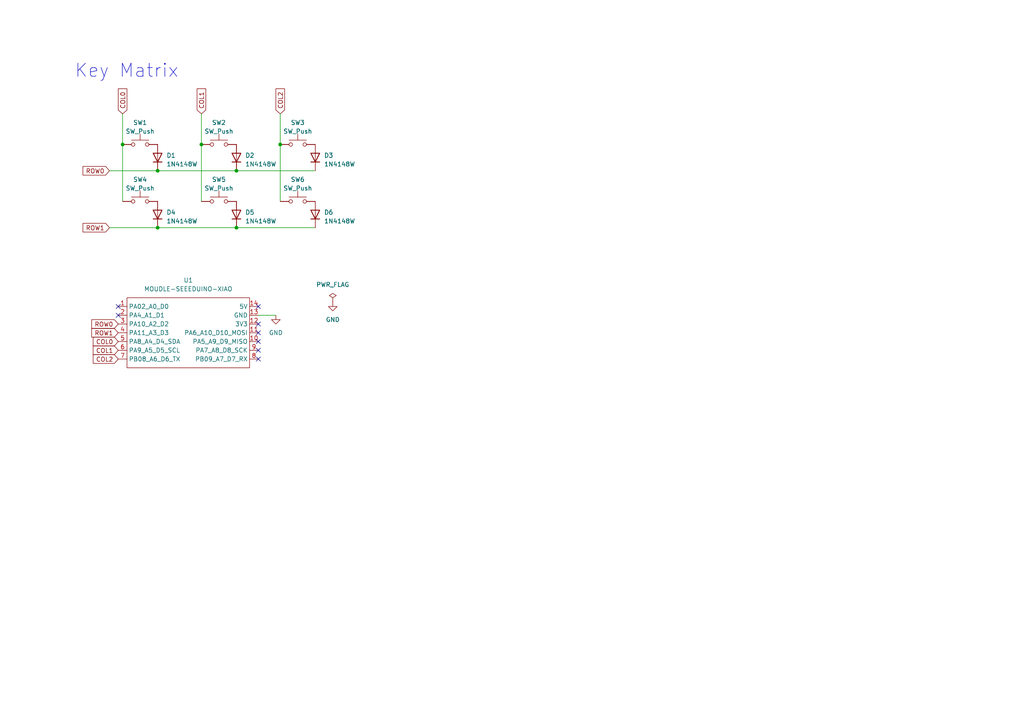
<source format=kicad_sch>
(kicad_sch (version 20230121) (generator eeschema)

  (uuid 51e24ecb-717b-4600-89ee-7b307dbabb9a)

  (paper "A4")

  (title_block
    (title "MonakaPad")
    (date "2024-01-14")
    (rev "v1.0")
    (company "@ymkn")
  )

  (lib_symbols
    (symbol "Diode:1N4148W" (pin_numbers hide) (pin_names hide) (in_bom yes) (on_board yes)
      (property "Reference" "D" (at 0 2.54 0)
        (effects (font (size 1.27 1.27)))
      )
      (property "Value" "1N4148W" (at 0 -2.54 0)
        (effects (font (size 1.27 1.27)))
      )
      (property "Footprint" "Diode_SMD:D_SOD-123" (at 0 -4.445 0)
        (effects (font (size 1.27 1.27)) hide)
      )
      (property "Datasheet" "https://www.vishay.com/docs/85748/1n4148w.pdf" (at 0 0 0)
        (effects (font (size 1.27 1.27)) hide)
      )
      (property "Sim.Device" "D" (at 0 0 0)
        (effects (font (size 1.27 1.27)) hide)
      )
      (property "Sim.Pins" "1=K 2=A" (at 0 0 0)
        (effects (font (size 1.27 1.27)) hide)
      )
      (property "ki_keywords" "diode" (at 0 0 0)
        (effects (font (size 1.27 1.27)) hide)
      )
      (property "ki_description" "75V 0.15A Fast Switching Diode, SOD-123" (at 0 0 0)
        (effects (font (size 1.27 1.27)) hide)
      )
      (property "ki_fp_filters" "D*SOD?123*" (at 0 0 0)
        (effects (font (size 1.27 1.27)) hide)
      )
      (symbol "1N4148W_0_1"
        (polyline
          (pts
            (xy -1.27 1.27)
            (xy -1.27 -1.27)
          )
          (stroke (width 0.254) (type default))
          (fill (type none))
        )
        (polyline
          (pts
            (xy 1.27 0)
            (xy -1.27 0)
          )
          (stroke (width 0) (type default))
          (fill (type none))
        )
        (polyline
          (pts
            (xy 1.27 1.27)
            (xy 1.27 -1.27)
            (xy -1.27 0)
            (xy 1.27 1.27)
          )
          (stroke (width 0.254) (type default))
          (fill (type none))
        )
      )
      (symbol "1N4148W_1_1"
        (pin passive line (at -3.81 0 0) (length 2.54)
          (name "K" (effects (font (size 1.27 1.27))))
          (number "1" (effects (font (size 1.27 1.27))))
        )
        (pin passive line (at 3.81 0 180) (length 2.54)
          (name "A" (effects (font (size 1.27 1.27))))
          (number "2" (effects (font (size 1.27 1.27))))
        )
      )
    )
    (symbol "MOUDLE-SEEEDUINO-XIAO:MOUDLE-SEEEDUINO-XIAO" (in_bom yes) (on_board yes)
      (property "Reference" "U" (at -16.51 11.43 0)
        (effects (font (size 1.27 1.27)))
      )
      (property "Value" "MOUDLE-SEEEDUINO-XIAO" (at -3.81 -11.43 0)
        (effects (font (size 1.27 1.27)))
      )
      (property "Footprint" "" (at -16.51 2.54 0)
        (effects (font (size 1.27 1.27)) hide)
      )
      (property "Datasheet" "" (at -16.51 2.54 0)
        (effects (font (size 1.27 1.27)) hide)
      )
      (symbol "MOUDLE-SEEEDUINO-XIAO_0_1"
        (rectangle (start -16.51 10.16) (end 19.05 -10.16)
          (stroke (width 0) (type default))
          (fill (type none))
        )
      )
      (symbol "MOUDLE-SEEEDUINO-XIAO_1_1"
        (pin passive line (at -19.05 7.62 0) (length 2.54)
          (name "PA02_A0_D0" (effects (font (size 1.27 1.27))))
          (number "1" (effects (font (size 1.27 1.27))))
        )
        (pin passive line (at 21.59 -2.54 180) (length 2.54)
          (name "PA5_A9_D9_MISO" (effects (font (size 1.27 1.27))))
          (number "10" (effects (font (size 1.27 1.27))))
        )
        (pin passive line (at 21.59 0 180) (length 2.54)
          (name "PA6_A10_D10_MOSI" (effects (font (size 1.27 1.27))))
          (number "11" (effects (font (size 1.27 1.27))))
        )
        (pin passive line (at 21.59 2.54 180) (length 2.54)
          (name "3V3" (effects (font (size 1.27 1.27))))
          (number "12" (effects (font (size 1.27 1.27))))
        )
        (pin passive line (at 21.59 5.08 180) (length 2.54)
          (name "GND" (effects (font (size 1.27 1.27))))
          (number "13" (effects (font (size 1.27 1.27))))
        )
        (pin passive line (at 21.59 7.62 180) (length 2.54)
          (name "5V" (effects (font (size 1.27 1.27))))
          (number "14" (effects (font (size 1.27 1.27))))
        )
        (pin passive line (at -19.05 5.08 0) (length 2.54)
          (name "PA4_A1_D1" (effects (font (size 1.27 1.27))))
          (number "2" (effects (font (size 1.27 1.27))))
        )
        (pin passive line (at -19.05 2.54 0) (length 2.54)
          (name "PA10_A2_D2" (effects (font (size 1.27 1.27))))
          (number "3" (effects (font (size 1.27 1.27))))
        )
        (pin passive line (at -19.05 0 0) (length 2.54)
          (name "PA11_A3_D3" (effects (font (size 1.27 1.27))))
          (number "4" (effects (font (size 1.27 1.27))))
        )
        (pin passive line (at -19.05 -2.54 0) (length 2.54)
          (name "PA8_A4_D4_SDA" (effects (font (size 1.27 1.27))))
          (number "5" (effects (font (size 1.27 1.27))))
        )
        (pin passive line (at -19.05 -5.08 0) (length 2.54)
          (name "PA9_A5_D5_SCL" (effects (font (size 1.27 1.27))))
          (number "6" (effects (font (size 1.27 1.27))))
        )
        (pin passive line (at -19.05 -7.62 0) (length 2.54)
          (name "PB08_A6_D6_TX" (effects (font (size 1.27 1.27))))
          (number "7" (effects (font (size 1.27 1.27))))
        )
        (pin passive line (at 21.59 -7.62 180) (length 2.54)
          (name "PB09_A7_D7_RX" (effects (font (size 1.27 1.27))))
          (number "8" (effects (font (size 1.27 1.27))))
        )
        (pin passive line (at 21.59 -5.08 180) (length 2.54)
          (name "PA7_A8_D8_SCK" (effects (font (size 1.27 1.27))))
          (number "9" (effects (font (size 1.27 1.27))))
        )
      )
    )
    (symbol "Switch:SW_Push" (pin_numbers hide) (pin_names (offset 1.016) hide) (in_bom yes) (on_board yes)
      (property "Reference" "SW" (at 1.27 2.54 0)
        (effects (font (size 1.27 1.27)) (justify left))
      )
      (property "Value" "SW_Push" (at 0 -1.524 0)
        (effects (font (size 1.27 1.27)))
      )
      (property "Footprint" "" (at 0 5.08 0)
        (effects (font (size 1.27 1.27)) hide)
      )
      (property "Datasheet" "~" (at 0 5.08 0)
        (effects (font (size 1.27 1.27)) hide)
      )
      (property "ki_keywords" "switch normally-open pushbutton push-button" (at 0 0 0)
        (effects (font (size 1.27 1.27)) hide)
      )
      (property "ki_description" "Push button switch, generic, two pins" (at 0 0 0)
        (effects (font (size 1.27 1.27)) hide)
      )
      (symbol "SW_Push_0_1"
        (circle (center -2.032 0) (radius 0.508)
          (stroke (width 0) (type default))
          (fill (type none))
        )
        (polyline
          (pts
            (xy 0 1.27)
            (xy 0 3.048)
          )
          (stroke (width 0) (type default))
          (fill (type none))
        )
        (polyline
          (pts
            (xy 2.54 1.27)
            (xy -2.54 1.27)
          )
          (stroke (width 0) (type default))
          (fill (type none))
        )
        (circle (center 2.032 0) (radius 0.508)
          (stroke (width 0) (type default))
          (fill (type none))
        )
        (pin passive line (at -5.08 0 0) (length 2.54)
          (name "1" (effects (font (size 1.27 1.27))))
          (number "1" (effects (font (size 1.27 1.27))))
        )
        (pin passive line (at 5.08 0 180) (length 2.54)
          (name "2" (effects (font (size 1.27 1.27))))
          (number "2" (effects (font (size 1.27 1.27))))
        )
      )
    )
    (symbol "power:GND" (power) (pin_names (offset 0)) (in_bom yes) (on_board yes)
      (property "Reference" "#PWR" (at 0 -6.35 0)
        (effects (font (size 1.27 1.27)) hide)
      )
      (property "Value" "GND" (at 0 -3.81 0)
        (effects (font (size 1.27 1.27)))
      )
      (property "Footprint" "" (at 0 0 0)
        (effects (font (size 1.27 1.27)) hide)
      )
      (property "Datasheet" "" (at 0 0 0)
        (effects (font (size 1.27 1.27)) hide)
      )
      (property "ki_keywords" "global power" (at 0 0 0)
        (effects (font (size 1.27 1.27)) hide)
      )
      (property "ki_description" "Power symbol creates a global label with name \"GND\" , ground" (at 0 0 0)
        (effects (font (size 1.27 1.27)) hide)
      )
      (symbol "GND_0_1"
        (polyline
          (pts
            (xy 0 0)
            (xy 0 -1.27)
            (xy 1.27 -1.27)
            (xy 0 -2.54)
            (xy -1.27 -1.27)
            (xy 0 -1.27)
          )
          (stroke (width 0) (type default))
          (fill (type none))
        )
      )
      (symbol "GND_1_1"
        (pin power_in line (at 0 0 270) (length 0) hide
          (name "GND" (effects (font (size 1.27 1.27))))
          (number "1" (effects (font (size 1.27 1.27))))
        )
      )
    )
    (symbol "power:PWR_FLAG" (power) (pin_numbers hide) (pin_names (offset 0) hide) (in_bom yes) (on_board yes)
      (property "Reference" "#FLG" (at 0 1.905 0)
        (effects (font (size 1.27 1.27)) hide)
      )
      (property "Value" "PWR_FLAG" (at 0 3.81 0)
        (effects (font (size 1.27 1.27)))
      )
      (property "Footprint" "" (at 0 0 0)
        (effects (font (size 1.27 1.27)) hide)
      )
      (property "Datasheet" "~" (at 0 0 0)
        (effects (font (size 1.27 1.27)) hide)
      )
      (property "ki_keywords" "flag power" (at 0 0 0)
        (effects (font (size 1.27 1.27)) hide)
      )
      (property "ki_description" "Special symbol for telling ERC where power comes from" (at 0 0 0)
        (effects (font (size 1.27 1.27)) hide)
      )
      (symbol "PWR_FLAG_0_0"
        (pin power_out line (at 0 0 90) (length 0)
          (name "pwr" (effects (font (size 1.27 1.27))))
          (number "1" (effects (font (size 1.27 1.27))))
        )
      )
      (symbol "PWR_FLAG_0_1"
        (polyline
          (pts
            (xy 0 0)
            (xy 0 1.27)
            (xy -1.016 1.905)
            (xy 0 2.54)
            (xy 1.016 1.905)
            (xy 0 1.27)
          )
          (stroke (width 0) (type default))
          (fill (type none))
        )
      )
    )
  )

  (junction (at 68.58 49.53) (diameter 0) (color 0 0 0 0)
    (uuid 1c10f16b-9e5f-4fcb-89a0-5c3b88ceb834)
  )
  (junction (at 45.72 49.53) (diameter 0) (color 0 0 0 0)
    (uuid 22835d52-7e7f-45b4-af57-8ce9c3c22c39)
  )
  (junction (at 35.56 41.91) (diameter 0) (color 0 0 0 0)
    (uuid 25360d3e-1c9c-409e-a3b5-acc4f426362d)
  )
  (junction (at 58.42 41.91) (diameter 0) (color 0 0 0 0)
    (uuid 32528676-48c9-40a0-ae70-6344c0b33248)
  )
  (junction (at 81.28 41.91) (diameter 0) (color 0 0 0 0)
    (uuid 4e80a248-7ff7-4680-a4d5-be1f5b49e723)
  )
  (junction (at 45.72 66.04) (diameter 0) (color 0 0 0 0)
    (uuid 62b415f4-33ed-4856-81c8-c2b6cba6be30)
  )
  (junction (at 68.58 66.04) (diameter 0) (color 0 0 0 0)
    (uuid f6c721db-dd00-4ffa-b0d7-8fff0b544952)
  )

  (no_connect (at 34.29 88.9) (uuid 18b3bdea-890e-41e7-a437-8ea47246393f))
  (no_connect (at 74.93 88.9) (uuid 278a33fa-7815-4d48-b0b3-460e9ef259fd))
  (no_connect (at 74.93 96.52) (uuid 5718efdd-2bf3-4b54-9490-580eddbdcaee))
  (no_connect (at 74.93 104.14) (uuid 6544f378-5e76-49d6-b3fe-e150f52990ed))
  (no_connect (at 34.29 91.44) (uuid a1d20953-e354-4d14-8a67-27d6a2c92c45))
  (no_connect (at 74.93 93.98) (uuid a474ba4f-f320-4e03-80d5-178a193b0a6e))
  (no_connect (at 74.93 99.06) (uuid ac5a4df8-c782-4878-9935-979b0de4afab))
  (no_connect (at 74.93 101.6) (uuid e0d80e04-5792-42f7-b4b4-b0ddd921046b))

  (wire (pts (xy 81.28 41.91) (xy 81.28 58.42))
    (stroke (width 0) (type default))
    (uuid 1a150540-8a8b-4c80-a3ab-669d44ad0d0f)
  )
  (wire (pts (xy 31.75 49.53) (xy 45.72 49.53))
    (stroke (width 0) (type default))
    (uuid 2ae8150d-d7e5-4d25-b3b3-bc46ee66c206)
  )
  (wire (pts (xy 74.93 91.44) (xy 80.01 91.44))
    (stroke (width 0) (type default))
    (uuid 391f4484-c10c-4c60-858e-6fd7a81091a5)
  )
  (wire (pts (xy 35.56 41.91) (xy 35.56 58.42))
    (stroke (width 0) (type default))
    (uuid 4e998844-792d-4cc4-911a-6d49ca94c779)
  )
  (wire (pts (xy 81.28 33.02) (xy 81.28 41.91))
    (stroke (width 0) (type default))
    (uuid 68708ec5-c654-4a13-bd14-c532b05b70f6)
  )
  (wire (pts (xy 58.42 33.02) (xy 58.42 41.91))
    (stroke (width 0) (type default))
    (uuid 74d4956e-6ecb-4131-8942-85de2dbac5c2)
  )
  (wire (pts (xy 68.58 49.53) (xy 91.44 49.53))
    (stroke (width 0) (type default))
    (uuid 857ebd67-b6be-4570-a13b-b5332a7f5f94)
  )
  (wire (pts (xy 58.42 41.91) (xy 58.42 58.42))
    (stroke (width 0) (type default))
    (uuid 99e19012-9819-4536-ace4-28ecb86c25b1)
  )
  (wire (pts (xy 35.56 33.02) (xy 35.56 41.91))
    (stroke (width 0) (type default))
    (uuid 9ed04628-3882-475f-b0f4-da17e3d33fc1)
  )
  (wire (pts (xy 68.58 66.04) (xy 91.44 66.04))
    (stroke (width 0) (type default))
    (uuid c197b197-d960-41d3-9eef-97c3d710920a)
  )
  (wire (pts (xy 45.72 49.53) (xy 68.58 49.53))
    (stroke (width 0) (type default))
    (uuid ce118cd0-8ebf-471f-88ab-d22449dbd8a7)
  )
  (wire (pts (xy 45.72 66.04) (xy 68.58 66.04))
    (stroke (width 0) (type default))
    (uuid d42c4bb8-a974-4ba8-86e8-55afe6196f73)
  )
  (wire (pts (xy 31.75 66.04) (xy 45.72 66.04))
    (stroke (width 0) (type default))
    (uuid d44c4dd4-3195-4d80-a5bf-b48711abb2d7)
  )

  (text "Key Matrix" (at 21.59 22.86 0)
    (effects (font (size 3.81 3.81)) (justify left bottom))
    (uuid 6967ffe9-349d-4232-ab3c-0e8ec4eae261)
  )

  (global_label "ROW0" (shape input) (at 34.29 93.98 180) (fields_autoplaced)
    (effects (font (size 1.27 1.27)) (justify right))
    (uuid 21909235-2e83-42da-a99d-814892e1358a)
    (property "Intersheetrefs" "${INTERSHEET_REFS}" (at 26.6155 94.0594 0)
      (effects (font (size 1.27 1.27)) (justify right) hide)
    )
  )
  (global_label "COL0" (shape input) (at 34.29 99.06 180) (fields_autoplaced)
    (effects (font (size 1.27 1.27)) (justify right))
    (uuid 547a3767-4033-41d1-b89d-aab8683e3f58)
    (property "Intersheetrefs" "${INTERSHEET_REFS}" (at 26.4667 99.06 0)
      (effects (font (size 1.27 1.27)) (justify right) hide)
    )
  )
  (global_label "COL1" (shape input) (at 58.42 33.02 90) (fields_autoplaced)
    (effects (font (size 1.27 1.27)) (justify left))
    (uuid 5f5aa976-bdf5-4dff-a1eb-4d8c9026b460)
    (property "Intersheetrefs" "${INTERSHEET_REFS}" (at 58.3406 25.7688 90)
      (effects (font (size 1.27 1.27)) (justify left) hide)
    )
  )
  (global_label "ROW0" (shape input) (at 31.75 49.53 180) (fields_autoplaced)
    (effects (font (size 1.27 1.27)) (justify right))
    (uuid 7fa76769-ae54-43f2-98af-a76d5a860ba4)
    (property "Intersheetrefs" "${INTERSHEET_REFS}" (at 24.0755 49.6094 0)
      (effects (font (size 1.27 1.27)) (justify right) hide)
    )
  )
  (global_label "COL2" (shape input) (at 81.28 33.02 90) (fields_autoplaced)
    (effects (font (size 1.27 1.27)) (justify left))
    (uuid 80dbb261-1a39-471c-9c86-2097e502dadb)
    (property "Intersheetrefs" "${INTERSHEET_REFS}" (at 81.2006 25.7688 90)
      (effects (font (size 1.27 1.27)) (justify left) hide)
    )
  )
  (global_label "ROW1" (shape input) (at 31.75 66.04 180) (fields_autoplaced)
    (effects (font (size 1.27 1.27)) (justify right))
    (uuid 9e979cab-6c3e-4846-a63d-99cf63ba4f52)
    (property "Intersheetrefs" "${INTERSHEET_REFS}" (at 24.0755 66.1194 0)
      (effects (font (size 1.27 1.27)) (justify right) hide)
    )
  )
  (global_label "COL1" (shape input) (at 34.29 101.6 180) (fields_autoplaced)
    (effects (font (size 1.27 1.27)) (justify right))
    (uuid b1c33d33-edfe-40db-9e1c-5b12262996ee)
    (property "Intersheetrefs" "${INTERSHEET_REFS}" (at 26.4667 101.6 0)
      (effects (font (size 1.27 1.27)) (justify right) hide)
    )
  )
  (global_label "COL2" (shape input) (at 34.29 104.14 180) (fields_autoplaced)
    (effects (font (size 1.27 1.27)) (justify right))
    (uuid c543a1e2-bc75-4b4b-8661-d890df02dee2)
    (property "Intersheetrefs" "${INTERSHEET_REFS}" (at 26.4667 104.14 0)
      (effects (font (size 1.27 1.27)) (justify right) hide)
    )
  )
  (global_label "COL0" (shape input) (at 35.56 33.02 90) (fields_autoplaced)
    (effects (font (size 1.27 1.27)) (justify left))
    (uuid d06aeed0-0f3a-499e-b20c-cded83621859)
    (property "Intersheetrefs" "${INTERSHEET_REFS}" (at 35.4806 25.7688 90)
      (effects (font (size 1.27 1.27)) (justify left) hide)
    )
  )
  (global_label "ROW1" (shape input) (at 34.29 96.52 180) (fields_autoplaced)
    (effects (font (size 1.27 1.27)) (justify right))
    (uuid d918c300-21cb-47af-b493-511068ab1dd3)
    (property "Intersheetrefs" "${INTERSHEET_REFS}" (at 26.6155 96.5994 0)
      (effects (font (size 1.27 1.27)) (justify right) hide)
    )
  )

  (symbol (lib_id "MOUDLE-SEEEDUINO-XIAO:MOUDLE-SEEEDUINO-XIAO") (at 53.34 96.52 0) (unit 1)
    (in_bom yes) (on_board yes) (dnp no) (fields_autoplaced)
    (uuid 06c1ae8e-cd61-4026-85e9-e214ce818da7)
    (property "Reference" "U1" (at 54.61 81.28 0)
      (effects (font (size 1.27 1.27)))
    )
    (property "Value" "MOUDLE-SEEEDUINO-XIAO" (at 54.61 83.82 0)
      (effects (font (size 1.27 1.27)))
    )
    (property "Footprint" "XIAO_PCB:MOUDLE14P-2.54-21X17.8MM" (at 36.83 93.98 0)
      (effects (font (size 1.27 1.27)) hide)
    )
    (property "Datasheet" "" (at 36.83 93.98 0)
      (effects (font (size 1.27 1.27)) hide)
    )
    (pin "13" (uuid 5e88c8a7-8cb1-4c5e-9798-5a2a3c64cf49))
    (pin "9" (uuid 242e2709-4432-4939-955e-990040fb20d3))
    (pin "11" (uuid 11ae9337-590b-4205-a8e7-e422b19979fe))
    (pin "1" (uuid da53b762-c390-4dbd-807c-383e3ece0df0))
    (pin "7" (uuid 3c35ca9d-5701-472a-b95d-5ee9f66fb507))
    (pin "6" (uuid 6eff37b1-d5c1-43ef-8642-b5209cdeabed))
    (pin "10" (uuid 53053fb8-e2b1-4bce-8a19-2f45b29acf9b))
    (pin "5" (uuid b8ceb457-d4bc-4049-9613-d9726d638100))
    (pin "8" (uuid dc86b234-52c2-460d-94be-503486584d25))
    (pin "4" (uuid 2eea1d53-f55f-49d9-8350-69074df10456))
    (pin "3" (uuid 3a033e04-07f2-4dae-9cd5-b5c2b8b158e1))
    (pin "2" (uuid 24a8a1d6-75b4-4fc7-b718-cb95d44229b5))
    (pin "12" (uuid fffdc636-d0f3-4738-ab05-fd821f0969f6))
    (pin "14" (uuid 2ae440bf-95e4-4edd-a1bb-4b67ad690fa8))
    (instances
      (project "MonakaPad"
        (path "/51e24ecb-717b-4600-89ee-7b307dbabb9a"
          (reference "U1") (unit 1)
        )
      )
    )
  )

  (symbol (lib_id "Switch:SW_Push") (at 40.64 41.91 0) (unit 1)
    (in_bom yes) (on_board yes) (dnp no) (fields_autoplaced)
    (uuid 09a41296-e4ab-4115-a6cf-f0e65d4d1b71)
    (property "Reference" "SW1" (at 40.64 35.56 0)
      (effects (font (size 1.27 1.27)))
    )
    (property "Value" "SW_Push" (at 40.64 38.1 0)
      (effects (font (size 1.27 1.27)))
    )
    (property "Footprint" "PCM_Switch_Keyboard_Hotswap_Kailh:SW_Hotswap_Kailh_MX_1.00u" (at 40.64 36.83 0)
      (effects (font (size 1.27 1.27)) hide)
    )
    (property "Datasheet" "~" (at 40.64 36.83 0)
      (effects (font (size 1.27 1.27)) hide)
    )
    (property "LCSC Parts #" "" (at 40.64 41.91 0)
      (effects (font (size 1.27 1.27)) hide)
    )
    (pin "1" (uuid f32e2844-f140-4e2f-9ed3-a2c4ddee653c))
    (pin "2" (uuid dcfd95e1-0e3d-44e7-b44a-e35db3520771))
    (instances
      (project "MonakaPad"
        (path "/51e24ecb-717b-4600-89ee-7b307dbabb9a"
          (reference "SW1") (unit 1)
        )
      )
    )
  )

  (symbol (lib_id "power:PWR_FLAG") (at 96.52 87.63 0) (unit 1)
    (in_bom yes) (on_board yes) (dnp no) (fields_autoplaced)
    (uuid 297fa26a-788d-4f8f-8d1a-731892f6d172)
    (property "Reference" "#FLG01" (at 96.52 85.725 0)
      (effects (font (size 1.27 1.27)) hide)
    )
    (property "Value" "PWR_FLAG" (at 96.52 82.55 0)
      (effects (font (size 1.27 1.27)))
    )
    (property "Footprint" "" (at 96.52 87.63 0)
      (effects (font (size 1.27 1.27)) hide)
    )
    (property "Datasheet" "~" (at 96.52 87.63 0)
      (effects (font (size 1.27 1.27)) hide)
    )
    (pin "1" (uuid 811eb048-c7f6-4aed-aef0-80165c5bacea))
    (instances
      (project "MonakaPad"
        (path "/51e24ecb-717b-4600-89ee-7b307dbabb9a"
          (reference "#FLG01") (unit 1)
        )
      )
    )
  )

  (symbol (lib_id "Switch:SW_Push") (at 86.36 41.91 0) (unit 1)
    (in_bom yes) (on_board yes) (dnp no) (fields_autoplaced)
    (uuid 2b3916d9-bf23-431d-be3f-0e00b06d46b1)
    (property "Reference" "SW3" (at 86.36 35.56 0)
      (effects (font (size 1.27 1.27)))
    )
    (property "Value" "SW_Push" (at 86.36 38.1 0)
      (effects (font (size 1.27 1.27)))
    )
    (property "Footprint" "PCM_Switch_Keyboard_Hotswap_Kailh:SW_Hotswap_Kailh_MX_1.00u" (at 86.36 36.83 0)
      (effects (font (size 1.27 1.27)) hide)
    )
    (property "Datasheet" "~" (at 86.36 36.83 0)
      (effects (font (size 1.27 1.27)) hide)
    )
    (property "LCSC Parts #" "" (at 86.36 41.91 0)
      (effects (font (size 1.27 1.27)) hide)
    )
    (pin "1" (uuid c0106f0f-5263-4102-a1c0-298c4f79c005))
    (pin "2" (uuid bfb0cbc1-9b32-4a9d-916b-79b256a8dcc5))
    (instances
      (project "MonakaPad"
        (path "/51e24ecb-717b-4600-89ee-7b307dbabb9a"
          (reference "SW3") (unit 1)
        )
      )
    )
  )

  (symbol (lib_id "Diode:1N4148W") (at 68.58 62.23 90) (unit 1)
    (in_bom yes) (on_board yes) (dnp no) (fields_autoplaced)
    (uuid 312c5ed9-6609-4479-af10-ebf1394fae25)
    (property "Reference" "D5" (at 71.12 61.595 90)
      (effects (font (size 1.27 1.27)) (justify right))
    )
    (property "Value" "1N4148W" (at 71.12 64.135 90)
      (effects (font (size 1.27 1.27)) (justify right))
    )
    (property "Footprint" "Diode_SMD:D_SOD-123" (at 73.025 62.23 0)
      (effects (font (size 1.27 1.27)) hide)
    )
    (property "Datasheet" "https://www.vishay.com/docs/85748/1n4148w.pdf" (at 68.58 62.23 0)
      (effects (font (size 1.27 1.27)) hide)
    )
    (property "Sim.Device" "D" (at 68.58 62.23 0)
      (effects (font (size 1.27 1.27)) hide)
    )
    (property "Sim.Pins" "1=K 2=A" (at 68.58 62.23 0)
      (effects (font (size 1.27 1.27)) hide)
    )
    (property "LCSC Parts #" "C81598" (at 68.58 62.23 0)
      (effects (font (size 1.27 1.27)) hide)
    )
    (pin "1" (uuid c15fd86b-13df-4661-b6f4-c95dd626bf59))
    (pin "2" (uuid 476f414d-92a3-4f89-8ed2-4a4209de998d))
    (instances
      (project "MonakaPad"
        (path "/51e24ecb-717b-4600-89ee-7b307dbabb9a"
          (reference "D5") (unit 1)
        )
      )
    )
  )

  (symbol (lib_id "Switch:SW_Push") (at 40.64 58.42 0) (unit 1)
    (in_bom yes) (on_board yes) (dnp no) (fields_autoplaced)
    (uuid 3a36f95c-dcf1-4335-8ff9-e448d4cca123)
    (property "Reference" "SW4" (at 40.64 52.07 0)
      (effects (font (size 1.27 1.27)))
    )
    (property "Value" "SW_Push" (at 40.64 54.61 0)
      (effects (font (size 1.27 1.27)))
    )
    (property "Footprint" "PCM_Switch_Keyboard_Hotswap_Kailh:SW_Hotswap_Kailh_MX_1.00u" (at 40.64 53.34 0)
      (effects (font (size 1.27 1.27)) hide)
    )
    (property "Datasheet" "~" (at 40.64 53.34 0)
      (effects (font (size 1.27 1.27)) hide)
    )
    (property "LCSC Parts #" "" (at 40.64 58.42 0)
      (effects (font (size 1.27 1.27)) hide)
    )
    (pin "1" (uuid 917f2a6c-dfa6-4f82-b4a1-759715ab8d2d))
    (pin "2" (uuid 3512a986-381f-4b03-b332-06c1da4cec5c))
    (instances
      (project "MonakaPad"
        (path "/51e24ecb-717b-4600-89ee-7b307dbabb9a"
          (reference "SW4") (unit 1)
        )
      )
    )
  )

  (symbol (lib_id "Diode:1N4148W") (at 45.72 45.72 90) (unit 1)
    (in_bom yes) (on_board yes) (dnp no) (fields_autoplaced)
    (uuid 541b545a-02f2-48e1-9570-85cc5875b537)
    (property "Reference" "D1" (at 48.26 45.085 90)
      (effects (font (size 1.27 1.27)) (justify right))
    )
    (property "Value" "1N4148W" (at 48.26 47.625 90)
      (effects (font (size 1.27 1.27)) (justify right))
    )
    (property "Footprint" "Diode_SMD:D_SOD-123" (at 50.165 45.72 0)
      (effects (font (size 1.27 1.27)) hide)
    )
    (property "Datasheet" "https://www.vishay.com/docs/85748/1n4148w.pdf" (at 45.72 45.72 0)
      (effects (font (size 1.27 1.27)) hide)
    )
    (property "Sim.Device" "D" (at 45.72 45.72 0)
      (effects (font (size 1.27 1.27)) hide)
    )
    (property "Sim.Pins" "1=K 2=A" (at 45.72 45.72 0)
      (effects (font (size 1.27 1.27)) hide)
    )
    (property "LCSC Parts #" "C81598" (at 45.72 45.72 0)
      (effects (font (size 1.27 1.27)) hide)
    )
    (pin "1" (uuid d08f2ffb-9416-46f4-b973-5cde21859483))
    (pin "2" (uuid edd97436-fb9d-4629-a201-d73cc2257fb2))
    (instances
      (project "MonakaPad"
        (path "/51e24ecb-717b-4600-89ee-7b307dbabb9a"
          (reference "D1") (unit 1)
        )
      )
    )
  )

  (symbol (lib_id "power:GND") (at 96.52 87.63 0) (unit 1)
    (in_bom yes) (on_board yes) (dnp no) (fields_autoplaced)
    (uuid 6b54a63d-164d-481e-a5f9-3c71f0a93087)
    (property "Reference" "#PWR02" (at 96.52 93.98 0)
      (effects (font (size 1.27 1.27)) hide)
    )
    (property "Value" "GND" (at 96.52 92.71 0)
      (effects (font (size 1.27 1.27)))
    )
    (property "Footprint" "" (at 96.52 87.63 0)
      (effects (font (size 1.27 1.27)) hide)
    )
    (property "Datasheet" "" (at 96.52 87.63 0)
      (effects (font (size 1.27 1.27)) hide)
    )
    (pin "1" (uuid 884a4ed9-8409-4c36-8af8-31776ed25fad))
    (instances
      (project "MonakaPad"
        (path "/51e24ecb-717b-4600-89ee-7b307dbabb9a"
          (reference "#PWR02") (unit 1)
        )
      )
    )
  )

  (symbol (lib_id "Diode:1N4148W") (at 91.44 62.23 90) (unit 1)
    (in_bom yes) (on_board yes) (dnp no) (fields_autoplaced)
    (uuid 9597e90e-1815-4079-b7ac-8632e12ca156)
    (property "Reference" "D6" (at 93.98 61.595 90)
      (effects (font (size 1.27 1.27)) (justify right))
    )
    (property "Value" "1N4148W" (at 93.98 64.135 90)
      (effects (font (size 1.27 1.27)) (justify right))
    )
    (property "Footprint" "Diode_SMD:D_SOD-123" (at 95.885 62.23 0)
      (effects (font (size 1.27 1.27)) hide)
    )
    (property "Datasheet" "https://www.vishay.com/docs/85748/1n4148w.pdf" (at 91.44 62.23 0)
      (effects (font (size 1.27 1.27)) hide)
    )
    (property "Sim.Device" "D" (at 91.44 62.23 0)
      (effects (font (size 1.27 1.27)) hide)
    )
    (property "Sim.Pins" "1=K 2=A" (at 91.44 62.23 0)
      (effects (font (size 1.27 1.27)) hide)
    )
    (property "LCSC Parts #" "C81598" (at 91.44 62.23 0)
      (effects (font (size 1.27 1.27)) hide)
    )
    (pin "1" (uuid 5d59b4bf-879d-4081-81c8-f789ae7c7218))
    (pin "2" (uuid 15963b4d-0671-4075-a5a0-10d57eb1638e))
    (instances
      (project "MonakaPad"
        (path "/51e24ecb-717b-4600-89ee-7b307dbabb9a"
          (reference "D6") (unit 1)
        )
      )
    )
  )

  (symbol (lib_id "Diode:1N4148W") (at 91.44 45.72 90) (unit 1)
    (in_bom yes) (on_board yes) (dnp no) (fields_autoplaced)
    (uuid 973ec82c-d023-4c23-ae48-88c0aef23752)
    (property "Reference" "D3" (at 93.98 45.085 90)
      (effects (font (size 1.27 1.27)) (justify right))
    )
    (property "Value" "1N4148W" (at 93.98 47.625 90)
      (effects (font (size 1.27 1.27)) (justify right))
    )
    (property "Footprint" "Diode_SMD:D_SOD-123" (at 95.885 45.72 0)
      (effects (font (size 1.27 1.27)) hide)
    )
    (property "Datasheet" "https://www.vishay.com/docs/85748/1n4148w.pdf" (at 91.44 45.72 0)
      (effects (font (size 1.27 1.27)) hide)
    )
    (property "Sim.Device" "D" (at 91.44 45.72 0)
      (effects (font (size 1.27 1.27)) hide)
    )
    (property "Sim.Pins" "1=K 2=A" (at 91.44 45.72 0)
      (effects (font (size 1.27 1.27)) hide)
    )
    (property "LCSC Parts #" "C81598" (at 91.44 45.72 0)
      (effects (font (size 1.27 1.27)) hide)
    )
    (pin "1" (uuid a52f5bef-28d7-4fae-8af8-1ede60f971f2))
    (pin "2" (uuid beb510d4-83e3-481a-bbad-6abc2bdfa928))
    (instances
      (project "MonakaPad"
        (path "/51e24ecb-717b-4600-89ee-7b307dbabb9a"
          (reference "D3") (unit 1)
        )
      )
    )
  )

  (symbol (lib_id "Diode:1N4148W") (at 45.72 62.23 90) (unit 1)
    (in_bom yes) (on_board yes) (dnp no) (fields_autoplaced)
    (uuid 99eb2188-8884-4014-af16-f6f3c829717a)
    (property "Reference" "D4" (at 48.26 61.595 90)
      (effects (font (size 1.27 1.27)) (justify right))
    )
    (property "Value" "1N4148W" (at 48.26 64.135 90)
      (effects (font (size 1.27 1.27)) (justify right))
    )
    (property "Footprint" "Diode_SMD:D_SOD-123" (at 50.165 62.23 0)
      (effects (font (size 1.27 1.27)) hide)
    )
    (property "Datasheet" "https://www.vishay.com/docs/85748/1n4148w.pdf" (at 45.72 62.23 0)
      (effects (font (size 1.27 1.27)) hide)
    )
    (property "Sim.Device" "D" (at 45.72 62.23 0)
      (effects (font (size 1.27 1.27)) hide)
    )
    (property "Sim.Pins" "1=K 2=A" (at 45.72 62.23 0)
      (effects (font (size 1.27 1.27)) hide)
    )
    (property "LCSC Parts #" "C81598" (at 45.72 62.23 0)
      (effects (font (size 1.27 1.27)) hide)
    )
    (pin "1" (uuid fcfd70dc-b098-44eb-8b3d-55eb91b51609))
    (pin "2" (uuid a3e67b66-179e-4eb0-9670-973747127f38))
    (instances
      (project "MonakaPad"
        (path "/51e24ecb-717b-4600-89ee-7b307dbabb9a"
          (reference "D4") (unit 1)
        )
      )
    )
  )

  (symbol (lib_id "Diode:1N4148W") (at 68.58 45.72 90) (unit 1)
    (in_bom yes) (on_board yes) (dnp no) (fields_autoplaced)
    (uuid c07f42d3-419e-42a8-8ba3-37fd09f4dfe7)
    (property "Reference" "D2" (at 71.12 45.085 90)
      (effects (font (size 1.27 1.27)) (justify right))
    )
    (property "Value" "1N4148W" (at 71.12 47.625 90)
      (effects (font (size 1.27 1.27)) (justify right))
    )
    (property "Footprint" "Diode_SMD:D_SOD-123" (at 73.025 45.72 0)
      (effects (font (size 1.27 1.27)) hide)
    )
    (property "Datasheet" "https://www.vishay.com/docs/85748/1n4148w.pdf" (at 68.58 45.72 0)
      (effects (font (size 1.27 1.27)) hide)
    )
    (property "Sim.Device" "D" (at 68.58 45.72 0)
      (effects (font (size 1.27 1.27)) hide)
    )
    (property "Sim.Pins" "1=K 2=A" (at 68.58 45.72 0)
      (effects (font (size 1.27 1.27)) hide)
    )
    (property "LCSC Parts #" "C81598" (at 68.58 45.72 0)
      (effects (font (size 1.27 1.27)) hide)
    )
    (pin "1" (uuid 67642a46-b1d0-4af0-a25e-abfed02dafc8))
    (pin "2" (uuid 4e1c0841-1adc-40ea-bcff-38180ca44b2f))
    (instances
      (project "MonakaPad"
        (path "/51e24ecb-717b-4600-89ee-7b307dbabb9a"
          (reference "D2") (unit 1)
        )
      )
    )
  )

  (symbol (lib_id "Switch:SW_Push") (at 63.5 41.91 0) (unit 1)
    (in_bom yes) (on_board yes) (dnp no) (fields_autoplaced)
    (uuid c45e59a9-9ce9-4350-b03e-530be029fcf7)
    (property "Reference" "SW2" (at 63.5 35.56 0)
      (effects (font (size 1.27 1.27)))
    )
    (property "Value" "SW_Push" (at 63.5 38.1 0)
      (effects (font (size 1.27 1.27)))
    )
    (property "Footprint" "PCM_Switch_Keyboard_Hotswap_Kailh:SW_Hotswap_Kailh_MX_1.00u" (at 63.5 36.83 0)
      (effects (font (size 1.27 1.27)) hide)
    )
    (property "Datasheet" "~" (at 63.5 36.83 0)
      (effects (font (size 1.27 1.27)) hide)
    )
    (property "LCSC Parts #" "" (at 63.5 41.91 0)
      (effects (font (size 1.27 1.27)) hide)
    )
    (pin "1" (uuid aa45e346-5205-4e6a-8edb-ff1fdeceec59))
    (pin "2" (uuid 2c887fe0-2215-4633-8837-6e97084afe19))
    (instances
      (project "MonakaPad"
        (path "/51e24ecb-717b-4600-89ee-7b307dbabb9a"
          (reference "SW2") (unit 1)
        )
      )
    )
  )

  (symbol (lib_id "Switch:SW_Push") (at 63.5 58.42 0) (unit 1)
    (in_bom yes) (on_board yes) (dnp no) (fields_autoplaced)
    (uuid e11d995d-b802-4436-bc1f-79bf697ca55f)
    (property "Reference" "SW5" (at 63.5 52.07 0)
      (effects (font (size 1.27 1.27)))
    )
    (property "Value" "SW_Push" (at 63.5 54.61 0)
      (effects (font (size 1.27 1.27)))
    )
    (property "Footprint" "PCM_Switch_Keyboard_Hotswap_Kailh:SW_Hotswap_Kailh_MX_1.00u" (at 63.5 53.34 0)
      (effects (font (size 1.27 1.27)) hide)
    )
    (property "Datasheet" "~" (at 63.5 53.34 0)
      (effects (font (size 1.27 1.27)) hide)
    )
    (property "LCSC Parts #" "" (at 63.5 58.42 0)
      (effects (font (size 1.27 1.27)) hide)
    )
    (pin "1" (uuid 60724565-47af-4a92-b4ca-42eda60004e4))
    (pin "2" (uuid 1ba8166f-8dad-4091-a090-142cc561747c))
    (instances
      (project "MonakaPad"
        (path "/51e24ecb-717b-4600-89ee-7b307dbabb9a"
          (reference "SW5") (unit 1)
        )
      )
    )
  )

  (symbol (lib_id "power:GND") (at 80.01 91.44 0) (unit 1)
    (in_bom yes) (on_board yes) (dnp no) (fields_autoplaced)
    (uuid fb9da1e6-cb16-46c1-9e08-1ff872c5cfdb)
    (property "Reference" "#PWR01" (at 80.01 97.79 0)
      (effects (font (size 1.27 1.27)) hide)
    )
    (property "Value" "GND" (at 80.01 96.52 0)
      (effects (font (size 1.27 1.27)))
    )
    (property "Footprint" "" (at 80.01 91.44 0)
      (effects (font (size 1.27 1.27)) hide)
    )
    (property "Datasheet" "" (at 80.01 91.44 0)
      (effects (font (size 1.27 1.27)) hide)
    )
    (pin "1" (uuid 2d52819e-9d3c-44d8-b422-3ffaf5f0a56b))
    (instances
      (project "MonakaPad"
        (path "/51e24ecb-717b-4600-89ee-7b307dbabb9a"
          (reference "#PWR01") (unit 1)
        )
      )
    )
  )

  (symbol (lib_id "Switch:SW_Push") (at 86.36 58.42 0) (unit 1)
    (in_bom yes) (on_board yes) (dnp no) (fields_autoplaced)
    (uuid fc6d3443-c969-4b65-84cb-87486282b7c4)
    (property "Reference" "SW6" (at 86.36 52.07 0)
      (effects (font (size 1.27 1.27)))
    )
    (property "Value" "SW_Push" (at 86.36 54.61 0)
      (effects (font (size 1.27 1.27)))
    )
    (property "Footprint" "PCM_Switch_Keyboard_Hotswap_Kailh:SW_Hotswap_Kailh_MX_1.00u" (at 86.36 53.34 0)
      (effects (font (size 1.27 1.27)) hide)
    )
    (property "Datasheet" "~" (at 86.36 53.34 0)
      (effects (font (size 1.27 1.27)) hide)
    )
    (property "LCSC Parts #" "" (at 86.36 58.42 0)
      (effects (font (size 1.27 1.27)) hide)
    )
    (pin "1" (uuid a4904fc5-b7bb-4743-8ee4-6f661fc123ec))
    (pin "2" (uuid f9ca5920-5e69-49ff-8886-4e9589d57e1d))
    (instances
      (project "MonakaPad"
        (path "/51e24ecb-717b-4600-89ee-7b307dbabb9a"
          (reference "SW6") (unit 1)
        )
      )
    )
  )

  (sheet_instances
    (path "/" (page "1"))
  )
)

</source>
